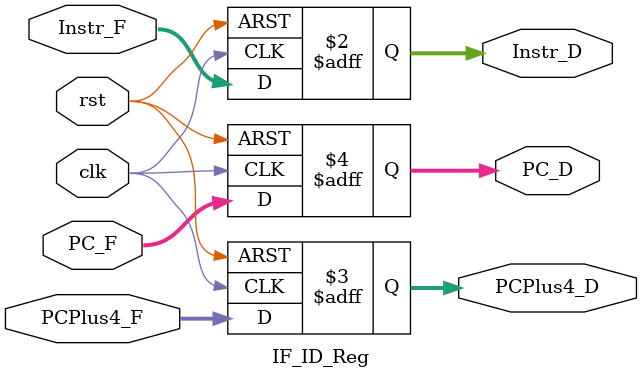
<source format=sv>
module IF_ID_Reg (
    input logic clk,
    input logic rst,
    input logic [31:0] Instr_F,
    input logic [31:0] PCPlus4_F,
    input logic [31:0] PC_F,
    output logic [31:0] Instr_D,
    output logic [31:0] PCPlus4_D,
    output logic [31:0] PC_D
);

    always_ff @(posedge clk or posedge rst) begin
        if (rst) begin
            Instr_D <= 32'b0;
            PCPlus4_D <= 32'b0;
            PC_D <= 32'b0;
        end else begin
            Instr_D <= Instr_F;
            PCPlus4_D <= PCPlus4_F;
            PC_D <= PC_F;
        end
    end

endmodule

</source>
